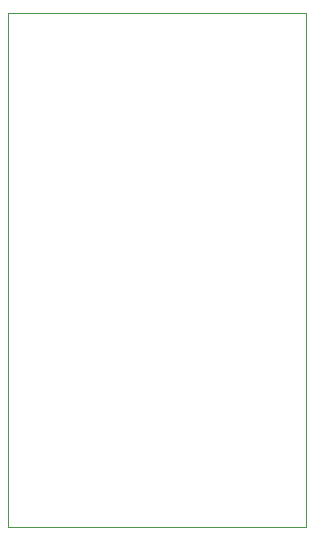
<source format=gm1>
G04 #@! TF.GenerationSoftware,KiCad,Pcbnew,9.0.5-9.0.5~ubuntu25.04.1*
G04 #@! TF.CreationDate,2025-12-03T04:11:04-06:00*
G04 #@! TF.ProjectId,Return_Board,52657475-726e-45f4-926f-6172642e6b69,rev?*
G04 #@! TF.SameCoordinates,Original*
G04 #@! TF.FileFunction,Profile,NP*
%FSLAX46Y46*%
G04 Gerber Fmt 4.6, Leading zero omitted, Abs format (unit mm)*
G04 Created by KiCad (PCBNEW 9.0.5-9.0.5~ubuntu25.04.1) date 2025-12-03 04:11:04*
%MOMM*%
%LPD*%
G01*
G04 APERTURE LIST*
G04 #@! TA.AperFunction,Profile*
%ADD10C,0.050000*%
G04 #@! TD*
G04 APERTURE END LIST*
D10*
X132250000Y-67500000D02*
X157500000Y-67500000D01*
X157500000Y-111000000D01*
X132250000Y-111000000D01*
X132250000Y-67500000D01*
M02*

</source>
